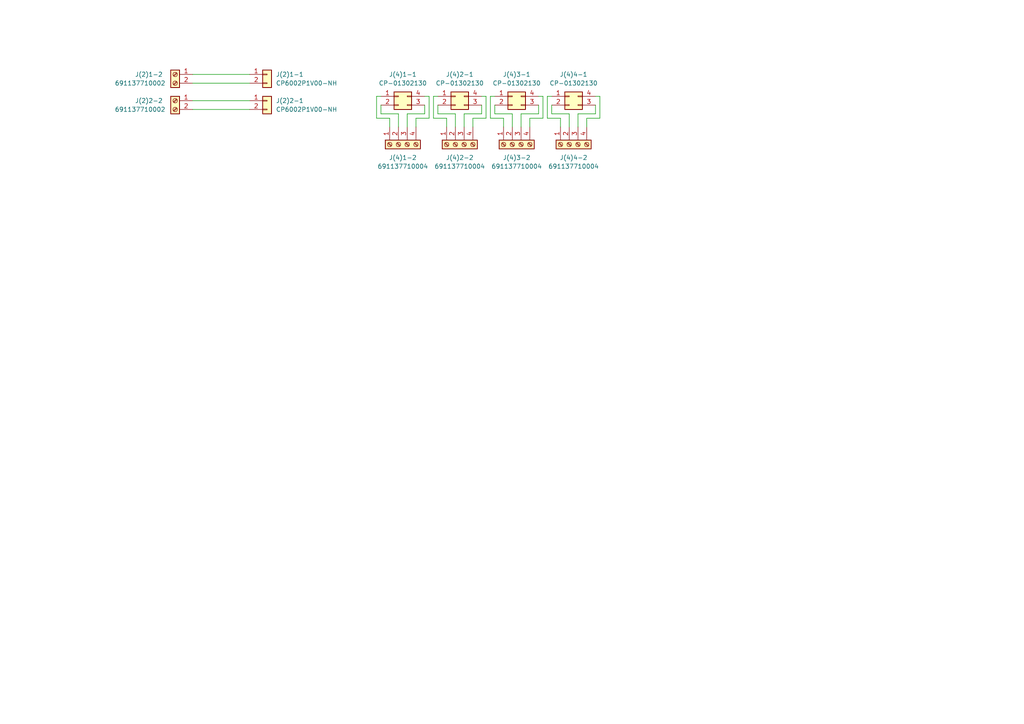
<source format=kicad_sch>
(kicad_sch (version 20211123) (generator eeschema)

  (uuid 2e0103f9-3a6b-4d27-b2dc-b7a8b0b2304c)

  (paper "A4")

  (lib_symbols
    (symbol "Connector:Screw_Terminal_01x02" (pin_names (offset 1.016) hide) (in_bom yes) (on_board yes)
      (property "Reference" "J" (id 0) (at 0 2.54 0)
        (effects (font (size 1.27 1.27)))
      )
      (property "Value" "Screw_Terminal_01x02" (id 1) (at 0 -5.08 0)
        (effects (font (size 1.27 1.27)))
      )
      (property "Footprint" "" (id 2) (at 0 0 0)
        (effects (font (size 1.27 1.27)) hide)
      )
      (property "Datasheet" "~" (id 3) (at 0 0 0)
        (effects (font (size 1.27 1.27)) hide)
      )
      (property "ki_keywords" "screw terminal" (id 4) (at 0 0 0)
        (effects (font (size 1.27 1.27)) hide)
      )
      (property "ki_description" "Generic screw terminal, single row, 01x02, script generated (kicad-library-utils/schlib/autogen/connector/)" (id 5) (at 0 0 0)
        (effects (font (size 1.27 1.27)) hide)
      )
      (property "ki_fp_filters" "TerminalBlock*:*" (id 6) (at 0 0 0)
        (effects (font (size 1.27 1.27)) hide)
      )
      (symbol "Screw_Terminal_01x02_1_1"
        (rectangle (start -1.27 1.27) (end 1.27 -3.81)
          (stroke (width 0.254) (type default) (color 0 0 0 0))
          (fill (type background))
        )
        (circle (center 0 -2.54) (radius 0.635)
          (stroke (width 0.1524) (type default) (color 0 0 0 0))
          (fill (type none))
        )
        (polyline
          (pts
            (xy -0.5334 -2.2098)
            (xy 0.3302 -3.048)
          )
          (stroke (width 0.1524) (type default) (color 0 0 0 0))
          (fill (type none))
        )
        (polyline
          (pts
            (xy -0.5334 0.3302)
            (xy 0.3302 -0.508)
          )
          (stroke (width 0.1524) (type default) (color 0 0 0 0))
          (fill (type none))
        )
        (polyline
          (pts
            (xy -0.3556 -2.032)
            (xy 0.508 -2.8702)
          )
          (stroke (width 0.1524) (type default) (color 0 0 0 0))
          (fill (type none))
        )
        (polyline
          (pts
            (xy -0.3556 0.508)
            (xy 0.508 -0.3302)
          )
          (stroke (width 0.1524) (type default) (color 0 0 0 0))
          (fill (type none))
        )
        (circle (center 0 0) (radius 0.635)
          (stroke (width 0.1524) (type default) (color 0 0 0 0))
          (fill (type none))
        )
        (pin passive line (at -5.08 0 0) (length 3.81)
          (name "Pin_1" (effects (font (size 1.27 1.27))))
          (number "1" (effects (font (size 1.27 1.27))))
        )
        (pin passive line (at -5.08 -2.54 0) (length 3.81)
          (name "Pin_2" (effects (font (size 1.27 1.27))))
          (number "2" (effects (font (size 1.27 1.27))))
        )
      )
    )
    (symbol "Connector:Screw_Terminal_01x04" (pin_names (offset 1.016) hide) (in_bom yes) (on_board yes)
      (property "Reference" "J" (id 0) (at 0 5.08 0)
        (effects (font (size 1.27 1.27)))
      )
      (property "Value" "Screw_Terminal_01x04" (id 1) (at 0 -7.62 0)
        (effects (font (size 1.27 1.27)))
      )
      (property "Footprint" "" (id 2) (at 0 0 0)
        (effects (font (size 1.27 1.27)) hide)
      )
      (property "Datasheet" "~" (id 3) (at 0 0 0)
        (effects (font (size 1.27 1.27)) hide)
      )
      (property "ki_keywords" "screw terminal" (id 4) (at 0 0 0)
        (effects (font (size 1.27 1.27)) hide)
      )
      (property "ki_description" "Generic screw terminal, single row, 01x04, script generated (kicad-library-utils/schlib/autogen/connector/)" (id 5) (at 0 0 0)
        (effects (font (size 1.27 1.27)) hide)
      )
      (property "ki_fp_filters" "TerminalBlock*:*" (id 6) (at 0 0 0)
        (effects (font (size 1.27 1.27)) hide)
      )
      (symbol "Screw_Terminal_01x04_1_1"
        (rectangle (start -1.27 3.81) (end 1.27 -6.35)
          (stroke (width 0.254) (type default) (color 0 0 0 0))
          (fill (type background))
        )
        (circle (center 0 -5.08) (radius 0.635)
          (stroke (width 0.1524) (type default) (color 0 0 0 0))
          (fill (type none))
        )
        (circle (center 0 -2.54) (radius 0.635)
          (stroke (width 0.1524) (type default) (color 0 0 0 0))
          (fill (type none))
        )
        (polyline
          (pts
            (xy -0.5334 -4.7498)
            (xy 0.3302 -5.588)
          )
          (stroke (width 0.1524) (type default) (color 0 0 0 0))
          (fill (type none))
        )
        (polyline
          (pts
            (xy -0.5334 -2.2098)
            (xy 0.3302 -3.048)
          )
          (stroke (width 0.1524) (type default) (color 0 0 0 0))
          (fill (type none))
        )
        (polyline
          (pts
            (xy -0.5334 0.3302)
            (xy 0.3302 -0.508)
          )
          (stroke (width 0.1524) (type default) (color 0 0 0 0))
          (fill (type none))
        )
        (polyline
          (pts
            (xy -0.5334 2.8702)
            (xy 0.3302 2.032)
          )
          (stroke (width 0.1524) (type default) (color 0 0 0 0))
          (fill (type none))
        )
        (polyline
          (pts
            (xy -0.3556 -4.572)
            (xy 0.508 -5.4102)
          )
          (stroke (width 0.1524) (type default) (color 0 0 0 0))
          (fill (type none))
        )
        (polyline
          (pts
            (xy -0.3556 -2.032)
            (xy 0.508 -2.8702)
          )
          (stroke (width 0.1524) (type default) (color 0 0 0 0))
          (fill (type none))
        )
        (polyline
          (pts
            (xy -0.3556 0.508)
            (xy 0.508 -0.3302)
          )
          (stroke (width 0.1524) (type default) (color 0 0 0 0))
          (fill (type none))
        )
        (polyline
          (pts
            (xy -0.3556 3.048)
            (xy 0.508 2.2098)
          )
          (stroke (width 0.1524) (type default) (color 0 0 0 0))
          (fill (type none))
        )
        (circle (center 0 0) (radius 0.635)
          (stroke (width 0.1524) (type default) (color 0 0 0 0))
          (fill (type none))
        )
        (circle (center 0 2.54) (radius 0.635)
          (stroke (width 0.1524) (type default) (color 0 0 0 0))
          (fill (type none))
        )
        (pin passive line (at -5.08 2.54 0) (length 3.81)
          (name "Pin_1" (effects (font (size 1.27 1.27))))
          (number "1" (effects (font (size 1.27 1.27))))
        )
        (pin passive line (at -5.08 0 0) (length 3.81)
          (name "Pin_2" (effects (font (size 1.27 1.27))))
          (number "2" (effects (font (size 1.27 1.27))))
        )
        (pin passive line (at -5.08 -2.54 0) (length 3.81)
          (name "Pin_3" (effects (font (size 1.27 1.27))))
          (number "3" (effects (font (size 1.27 1.27))))
        )
        (pin passive line (at -5.08 -5.08 0) (length 3.81)
          (name "Pin_4" (effects (font (size 1.27 1.27))))
          (number "4" (effects (font (size 1.27 1.27))))
        )
      )
    )
    (symbol "Connector_Generic:Conn_01x02" (pin_names (offset 1.016) hide) (in_bom yes) (on_board yes)
      (property "Reference" "J" (id 0) (at 0 2.54 0)
        (effects (font (size 1.27 1.27)))
      )
      (property "Value" "Conn_01x02" (id 1) (at 0 -5.08 0)
        (effects (font (size 1.27 1.27)))
      )
      (property "Footprint" "" (id 2) (at 0 0 0)
        (effects (font (size 1.27 1.27)) hide)
      )
      (property "Datasheet" "~" (id 3) (at 0 0 0)
        (effects (font (size 1.27 1.27)) hide)
      )
      (property "ki_keywords" "connector" (id 4) (at 0 0 0)
        (effects (font (size 1.27 1.27)) hide)
      )
      (property "ki_description" "Generic connector, single row, 01x02, script generated (kicad-library-utils/schlib/autogen/connector/)" (id 5) (at 0 0 0)
        (effects (font (size 1.27 1.27)) hide)
      )
      (property "ki_fp_filters" "Connector*:*_1x??_*" (id 6) (at 0 0 0)
        (effects (font (size 1.27 1.27)) hide)
      )
      (symbol "Conn_01x02_1_1"
        (rectangle (start -1.27 -2.413) (end 0 -2.667)
          (stroke (width 0.1524) (type default) (color 0 0 0 0))
          (fill (type none))
        )
        (rectangle (start -1.27 0.127) (end 0 -0.127)
          (stroke (width 0.1524) (type default) (color 0 0 0 0))
          (fill (type none))
        )
        (rectangle (start -1.27 1.27) (end 1.27 -3.81)
          (stroke (width 0.254) (type default) (color 0 0 0 0))
          (fill (type background))
        )
        (pin passive line (at -5.08 0 0) (length 3.81)
          (name "Pin_1" (effects (font (size 1.27 1.27))))
          (number "1" (effects (font (size 1.27 1.27))))
        )
        (pin passive line (at -5.08 -2.54 0) (length 3.81)
          (name "Pin_2" (effects (font (size 1.27 1.27))))
          (number "2" (effects (font (size 1.27 1.27))))
        )
      )
    )
    (symbol "Connector_Generic:Conn_02x02_Counter_Clockwise" (pin_names (offset 1.016) hide) (in_bom yes) (on_board yes)
      (property "Reference" "J" (id 0) (at 1.27 2.54 0)
        (effects (font (size 1.27 1.27)))
      )
      (property "Value" "Conn_02x02_Counter_Clockwise" (id 1) (at 1.27 -5.08 0)
        (effects (font (size 1.27 1.27)))
      )
      (property "Footprint" "" (id 2) (at 0 0 0)
        (effects (font (size 1.27 1.27)) hide)
      )
      (property "Datasheet" "~" (id 3) (at 0 0 0)
        (effects (font (size 1.27 1.27)) hide)
      )
      (property "ki_keywords" "connector" (id 4) (at 0 0 0)
        (effects (font (size 1.27 1.27)) hide)
      )
      (property "ki_description" "Generic connector, double row, 02x02, counter clockwise pin numbering scheme (similar to DIP package numbering), script generated (kicad-library-utils/schlib/autogen/connector/)" (id 5) (at 0 0 0)
        (effects (font (size 1.27 1.27)) hide)
      )
      (property "ki_fp_filters" "Connector*:*_2x??_*" (id 6) (at 0 0 0)
        (effects (font (size 1.27 1.27)) hide)
      )
      (symbol "Conn_02x02_Counter_Clockwise_1_1"
        (rectangle (start -1.27 -2.413) (end 0 -2.667)
          (stroke (width 0.1524) (type default) (color 0 0 0 0))
          (fill (type none))
        )
        (rectangle (start -1.27 0.127) (end 0 -0.127)
          (stroke (width 0.1524) (type default) (color 0 0 0 0))
          (fill (type none))
        )
        (rectangle (start -1.27 1.27) (end 3.81 -3.81)
          (stroke (width 0.254) (type default) (color 0 0 0 0))
          (fill (type background))
        )
        (rectangle (start 3.81 -2.413) (end 2.54 -2.667)
          (stroke (width 0.1524) (type default) (color 0 0 0 0))
          (fill (type none))
        )
        (rectangle (start 3.81 0.127) (end 2.54 -0.127)
          (stroke (width 0.1524) (type default) (color 0 0 0 0))
          (fill (type none))
        )
        (pin passive line (at -5.08 0 0) (length 3.81)
          (name "Pin_1" (effects (font (size 1.27 1.27))))
          (number "1" (effects (font (size 1.27 1.27))))
        )
        (pin passive line (at -5.08 -2.54 0) (length 3.81)
          (name "Pin_2" (effects (font (size 1.27 1.27))))
          (number "2" (effects (font (size 1.27 1.27))))
        )
        (pin passive line (at 7.62 -2.54 180) (length 3.81)
          (name "Pin_3" (effects (font (size 1.27 1.27))))
          (number "3" (effects (font (size 1.27 1.27))))
        )
        (pin passive line (at 7.62 0 180) (length 3.81)
          (name "Pin_4" (effects (font (size 1.27 1.27))))
          (number "4" (effects (font (size 1.27 1.27))))
        )
      )
    )
  )


  (wire (pts (xy 153.67 34.29) (xy 153.67 36.83))
    (stroke (width 0) (type default) (color 0 0 0 0))
    (uuid 022e611a-34d7-4c26-8535-f0f90454a87f)
  )
  (wire (pts (xy 123.19 33.02) (xy 118.11 33.02))
    (stroke (width 0) (type default) (color 0 0 0 0))
    (uuid 07e466a1-128a-4bcf-8ae0-47fd27e360e4)
  )
  (wire (pts (xy 158.75 27.94) (xy 160.02 27.94))
    (stroke (width 0) (type default) (color 0 0 0 0))
    (uuid 0a8dea70-0f91-493b-9879-e9edab315dac)
  )
  (wire (pts (xy 143.51 33.02) (xy 148.59 33.02))
    (stroke (width 0) (type default) (color 0 0 0 0))
    (uuid 13946aa9-4523-49f9-abda-45b352bcc501)
  )
  (wire (pts (xy 127 33.02) (xy 132.08 33.02))
    (stroke (width 0) (type default) (color 0 0 0 0))
    (uuid 1676bb02-2669-40ee-9c2c-4193a63cb260)
  )
  (wire (pts (xy 156.21 27.94) (xy 157.48 27.94))
    (stroke (width 0) (type default) (color 0 0 0 0))
    (uuid 1860a766-086b-4d48-92b9-703c303d4ec1)
  )
  (wire (pts (xy 129.54 34.29) (xy 125.73 34.29))
    (stroke (width 0) (type default) (color 0 0 0 0))
    (uuid 2563e5e4-234b-44fe-9e42-a388d69d868a)
  )
  (wire (pts (xy 124.46 27.94) (xy 124.46 34.29))
    (stroke (width 0) (type default) (color 0 0 0 0))
    (uuid 259bc7c2-18c1-4782-bf62-4e3cd8387c2a)
  )
  (wire (pts (xy 158.75 34.29) (xy 158.75 27.94))
    (stroke (width 0) (type default) (color 0 0 0 0))
    (uuid 2667ce79-773c-4191-aed7-255e69274ca0)
  )
  (wire (pts (xy 167.64 33.02) (xy 167.64 36.83))
    (stroke (width 0) (type default) (color 0 0 0 0))
    (uuid 2bd27478-3891-4e5d-8824-bc591b4f56e9)
  )
  (wire (pts (xy 146.05 36.83) (xy 146.05 34.29))
    (stroke (width 0) (type default) (color 0 0 0 0))
    (uuid 2d1141c8-2417-4025-b309-fd33d760f340)
  )
  (wire (pts (xy 160.02 30.48) (xy 160.02 33.02))
    (stroke (width 0) (type default) (color 0 0 0 0))
    (uuid 302fb9fe-09b4-4ee5-949d-5edbac86fc4c)
  )
  (wire (pts (xy 139.7 30.48) (xy 139.7 33.02))
    (stroke (width 0) (type default) (color 0 0 0 0))
    (uuid 33940012-a7ad-4ac8-b4c5-785846747a06)
  )
  (wire (pts (xy 160.02 33.02) (xy 165.1 33.02))
    (stroke (width 0) (type default) (color 0 0 0 0))
    (uuid 3b659ea4-5759-4140-b0bd-434d964d906a)
  )
  (wire (pts (xy 165.1 33.02) (xy 165.1 36.83))
    (stroke (width 0) (type default) (color 0 0 0 0))
    (uuid 3e9651b1-0994-4c44-bda1-37f675a3d332)
  )
  (wire (pts (xy 142.24 34.29) (xy 142.24 27.94))
    (stroke (width 0) (type default) (color 0 0 0 0))
    (uuid 41c3d4b7-4fb1-4aae-b4ca-719935f39744)
  )
  (wire (pts (xy 172.72 33.02) (xy 167.64 33.02))
    (stroke (width 0) (type default) (color 0 0 0 0))
    (uuid 4d1f70a6-c513-4a2e-902d-7b46af2e05bd)
  )
  (wire (pts (xy 55.88 31.75) (xy 72.39 31.75))
    (stroke (width 0) (type default) (color 0 0 0 0))
    (uuid 4f2282da-3c5c-416c-8971-9c6894d7c946)
  )
  (wire (pts (xy 140.97 27.94) (xy 140.97 34.29))
    (stroke (width 0) (type default) (color 0 0 0 0))
    (uuid 4f964c7b-a327-4d34-94c3-15aa476cce43)
  )
  (wire (pts (xy 142.24 27.94) (xy 143.51 27.94))
    (stroke (width 0) (type default) (color 0 0 0 0))
    (uuid 5657995f-e474-43e7-b232-643d7f71cf10)
  )
  (wire (pts (xy 157.48 34.29) (xy 153.67 34.29))
    (stroke (width 0) (type default) (color 0 0 0 0))
    (uuid 6b23abc4-2c15-4e07-9b7e-5645eea30d80)
  )
  (wire (pts (xy 123.19 27.94) (xy 124.46 27.94))
    (stroke (width 0) (type default) (color 0 0 0 0))
    (uuid 70a50a2f-4754-4d3d-91bf-7013c625f8aa)
  )
  (wire (pts (xy 113.03 36.83) (xy 113.03 34.29))
    (stroke (width 0) (type default) (color 0 0 0 0))
    (uuid 744aa049-ab74-41f8-9401-7ee8af47dfc5)
  )
  (wire (pts (xy 55.88 24.13) (xy 72.39 24.13))
    (stroke (width 0) (type default) (color 0 0 0 0))
    (uuid 771dfed1-6bb3-4fad-bb35-7776135ab70f)
  )
  (wire (pts (xy 139.7 33.02) (xy 134.62 33.02))
    (stroke (width 0) (type default) (color 0 0 0 0))
    (uuid 7b987abf-b882-4e69-868a-84da49a62dec)
  )
  (wire (pts (xy 124.46 34.29) (xy 120.65 34.29))
    (stroke (width 0) (type default) (color 0 0 0 0))
    (uuid 7d189eb8-138c-4ce6-b317-f6fb27fa2252)
  )
  (wire (pts (xy 115.57 33.02) (xy 115.57 36.83))
    (stroke (width 0) (type default) (color 0 0 0 0))
    (uuid 83313e67-bd7e-4233-94ac-e61d6db08098)
  )
  (wire (pts (xy 110.49 33.02) (xy 115.57 33.02))
    (stroke (width 0) (type default) (color 0 0 0 0))
    (uuid 839d62bd-4d0d-433c-b9f3-28691cf2fe58)
  )
  (wire (pts (xy 162.56 36.83) (xy 162.56 34.29))
    (stroke (width 0) (type default) (color 0 0 0 0))
    (uuid 841e2f28-d3ed-4868-bb05-0842c0756fa3)
  )
  (wire (pts (xy 173.99 34.29) (xy 170.18 34.29))
    (stroke (width 0) (type default) (color 0 0 0 0))
    (uuid 88e0ed7a-062b-4636-a1ce-b8a67fbb9cc8)
  )
  (wire (pts (xy 129.54 36.83) (xy 129.54 34.29))
    (stroke (width 0) (type default) (color 0 0 0 0))
    (uuid 88f0904b-5f94-48b7-a015-aad4d35cbe83)
  )
  (wire (pts (xy 125.73 34.29) (xy 125.73 27.94))
    (stroke (width 0) (type default) (color 0 0 0 0))
    (uuid 8a9532b0-1e3f-4c48-b759-cc57e4d9ad02)
  )
  (wire (pts (xy 156.21 33.02) (xy 151.13 33.02))
    (stroke (width 0) (type default) (color 0 0 0 0))
    (uuid 8cab6b2d-ae46-476a-9def-c8f6e0ecfc94)
  )
  (wire (pts (xy 148.59 33.02) (xy 148.59 36.83))
    (stroke (width 0) (type default) (color 0 0 0 0))
    (uuid 957d6e35-0730-4b36-9a3d-223048ad7440)
  )
  (wire (pts (xy 118.11 33.02) (xy 118.11 36.83))
    (stroke (width 0) (type default) (color 0 0 0 0))
    (uuid 962145d4-c64f-46d7-8ce0-5e9d5b1bb77c)
  )
  (wire (pts (xy 172.72 27.94) (xy 173.99 27.94))
    (stroke (width 0) (type default) (color 0 0 0 0))
    (uuid 97331081-ec68-4ee5-ac12-71fd70610dbd)
  )
  (wire (pts (xy 109.22 27.94) (xy 110.49 27.94))
    (stroke (width 0) (type default) (color 0 0 0 0))
    (uuid 9f94ee24-215c-4af3-8d08-3168de80e5c3)
  )
  (wire (pts (xy 55.88 29.21) (xy 72.39 29.21))
    (stroke (width 0) (type default) (color 0 0 0 0))
    (uuid a7bd4efe-7a58-489c-a546-617a6d077ba5)
  )
  (wire (pts (xy 172.72 30.48) (xy 172.72 33.02))
    (stroke (width 0) (type default) (color 0 0 0 0))
    (uuid b0dac893-af5d-4d59-90e2-899ac04405df)
  )
  (wire (pts (xy 132.08 33.02) (xy 132.08 36.83))
    (stroke (width 0) (type default) (color 0 0 0 0))
    (uuid bf48a7af-9453-4f8c-9d3f-d6df1019c37f)
  )
  (wire (pts (xy 162.56 34.29) (xy 158.75 34.29))
    (stroke (width 0) (type default) (color 0 0 0 0))
    (uuid bf96ebab-bd64-4133-9d93-16da6dcd42dc)
  )
  (wire (pts (xy 55.88 21.59) (xy 72.39 21.59))
    (stroke (width 0) (type default) (color 0 0 0 0))
    (uuid c4df42bf-476a-4b03-bfed-d640f8423891)
  )
  (wire (pts (xy 151.13 33.02) (xy 151.13 36.83))
    (stroke (width 0) (type default) (color 0 0 0 0))
    (uuid c68b5c0f-d06d-4e2d-b85a-891f8d74e12a)
  )
  (wire (pts (xy 134.62 33.02) (xy 134.62 36.83))
    (stroke (width 0) (type default) (color 0 0 0 0))
    (uuid ccaab81f-a2f6-4275-b7d0-b44e8e52fbb3)
  )
  (wire (pts (xy 173.99 27.94) (xy 173.99 34.29))
    (stroke (width 0) (type default) (color 0 0 0 0))
    (uuid d0d8575a-67ed-4bdc-bdef-b16937b6ca1e)
  )
  (wire (pts (xy 127 30.48) (xy 127 33.02))
    (stroke (width 0) (type default) (color 0 0 0 0))
    (uuid d3b4bfa6-5b62-4492-afa2-3c95c256f282)
  )
  (wire (pts (xy 156.21 30.48) (xy 156.21 33.02))
    (stroke (width 0) (type default) (color 0 0 0 0))
    (uuid d831e67c-90e6-4f89-83fc-747a28b7aa66)
  )
  (wire (pts (xy 113.03 34.29) (xy 109.22 34.29))
    (stroke (width 0) (type default) (color 0 0 0 0))
    (uuid d8b37c40-bad0-46d9-89d3-1c30aaef3ecb)
  )
  (wire (pts (xy 120.65 34.29) (xy 120.65 36.83))
    (stroke (width 0) (type default) (color 0 0 0 0))
    (uuid da4b664e-75c2-4b63-a2d5-04a6df528a09)
  )
  (wire (pts (xy 170.18 34.29) (xy 170.18 36.83))
    (stroke (width 0) (type default) (color 0 0 0 0))
    (uuid dba12fdc-9236-4d31-a0a3-85f10c8e4560)
  )
  (wire (pts (xy 123.19 30.48) (xy 123.19 33.02))
    (stroke (width 0) (type default) (color 0 0 0 0))
    (uuid dd28a57b-884c-403b-8b32-9a7c093bf9d9)
  )
  (wire (pts (xy 137.16 34.29) (xy 137.16 36.83))
    (stroke (width 0) (type default) (color 0 0 0 0))
    (uuid dedb5013-21a3-47d6-846c-ff1d5a06a94c)
  )
  (wire (pts (xy 139.7 27.94) (xy 140.97 27.94))
    (stroke (width 0) (type default) (color 0 0 0 0))
    (uuid ebc6786f-d3a1-410f-ba8e-79f9127f0523)
  )
  (wire (pts (xy 143.51 30.48) (xy 143.51 33.02))
    (stroke (width 0) (type default) (color 0 0 0 0))
    (uuid ebd72013-8332-45d8-973d-d8ee74423754)
  )
  (wire (pts (xy 146.05 34.29) (xy 142.24 34.29))
    (stroke (width 0) (type default) (color 0 0 0 0))
    (uuid ed07d972-53b7-48ec-9a14-cfe24a297128)
  )
  (wire (pts (xy 110.49 30.48) (xy 110.49 33.02))
    (stroke (width 0) (type default) (color 0 0 0 0))
    (uuid ef4fff7c-a96d-4d57-a224-b02fdd5ee626)
  )
  (wire (pts (xy 125.73 27.94) (xy 127 27.94))
    (stroke (width 0) (type default) (color 0 0 0 0))
    (uuid f8a4d99b-15ee-43ba-8796-d563c7d3c90a)
  )
  (wire (pts (xy 109.22 34.29) (xy 109.22 27.94))
    (stroke (width 0) (type default) (color 0 0 0 0))
    (uuid fceede29-786a-4f72-a487-8c0131e85c00)
  )
  (wire (pts (xy 157.48 27.94) (xy 157.48 34.29))
    (stroke (width 0) (type default) (color 0 0 0 0))
    (uuid feb485a6-633f-4a6d-803c-cb76ee578b85)
  )
  (wire (pts (xy 140.97 34.29) (xy 137.16 34.29))
    (stroke (width 0) (type default) (color 0 0 0 0))
    (uuid ff757b5b-8b46-4dcf-ac3e-51523135442b)
  )

  (symbol (lib_id "Connector:Screw_Terminal_01x04") (at 165.1 41.91 90) (mirror x) (unit 1)
    (in_bom yes) (on_board yes) (fields_autoplaced)
    (uuid 03db88c4-fdff-4ab0-aecf-38f38938e4d1)
    (property "Reference" "J(4)4-2" (id 0) (at 166.37 45.72 90))
    (property "Value" "691137710004" (id 1) (at 166.37 48.26 90))
    (property "Footprint" "SPEAR:691137710004" (id 2) (at 165.1 41.91 0)
      (effects (font (size 1.27 1.27)) hide)
    )
    (property "Datasheet" "https://www.we-online.com/components/products/datasheet/691137710004.pdf" (id 3) (at 165.1 41.91 0)
      (effects (font (size 1.27 1.27)) hide)
    )
    (pin "1" (uuid ccc8a80a-d791-493a-a2e4-3136c67a6d77))
    (pin "2" (uuid c730660b-7f56-4d05-82f1-a95172db2c4d))
    (pin "3" (uuid 974e4507-adcc-440e-8c70-0646a1b92c03))
    (pin "4" (uuid d8d148e4-51d2-4002-8da9-8c7c9c555f8b))
  )

  (symbol (lib_id "Connector:Screw_Terminal_01x04") (at 115.57 41.91 90) (mirror x) (unit 1)
    (in_bom yes) (on_board yes) (fields_autoplaced)
    (uuid 05523fcb-9322-4d36-852a-3f3545efb763)
    (property "Reference" "J(4)1-2" (id 0) (at 116.84 45.72 90))
    (property "Value" "691137710004" (id 1) (at 116.84 48.26 90))
    (property "Footprint" "SPEAR:691137710004" (id 2) (at 115.57 41.91 0)
      (effects (font (size 1.27 1.27)) hide)
    )
    (property "Datasheet" "https://www.we-online.com/components/products/datasheet/691137710004.pdf" (id 3) (at 115.57 41.91 0)
      (effects (font (size 1.27 1.27)) hide)
    )
    (pin "1" (uuid e2898a39-d92a-444b-be83-ef603c70403c))
    (pin "2" (uuid 827fd048-1f39-409c-be55-0131611b7f46))
    (pin "3" (uuid 9eb00cf7-f460-42ea-9fab-5ece911b5a52))
    (pin "4" (uuid 7ac67dfe-6c45-4649-9bd9-64cf931765e9))
  )

  (symbol (lib_id "Connector_Generic:Conn_02x02_Counter_Clockwise") (at 132.08 27.94 0) (unit 1)
    (in_bom yes) (on_board yes) (fields_autoplaced)
    (uuid 13a6abf5-6465-47a9-bafd-58496fa167f2)
    (property "Reference" "J(4)2-1" (id 0) (at 133.35 21.59 0))
    (property "Value" "CP-01302130" (id 1) (at 133.35 24.13 0))
    (property "Footprint" "SPEAR:CP-01302130" (id 2) (at 132.08 27.94 0)
      (effects (font (size 1.27 1.27)) hide)
    )
    (property "Datasheet" "https://www.cvilux.com/uploads/drawings/100/762/CP0128S.pdf" (id 3) (at 132.08 27.94 0)
      (effects (font (size 1.27 1.27)) hide)
    )
    (pin "1" (uuid d4608a67-fde4-42fb-815b-869563d97bbe))
    (pin "2" (uuid 3939ccd4-c3fd-4004-a8b3-46f306aae4c9))
    (pin "3" (uuid bbdfdf0e-766d-49dd-91a9-08a59cedcb58))
    (pin "4" (uuid 86d16bac-13a8-44e4-b862-0456860f3eaa))
  )

  (symbol (lib_id "Connector_Generic:Conn_01x02") (at 77.47 21.59 0) (unit 1)
    (in_bom yes) (on_board yes) (fields_autoplaced)
    (uuid 44f3a09d-3c6b-4958-a364-4beab8fd63ad)
    (property "Reference" "J(2)1-1" (id 0) (at 80.01 21.5899 0)
      (effects (font (size 1.27 1.27)) (justify left))
    )
    (property "Value" "CP6002P1V00-NH" (id 1) (at 80.01 24.1299 0)
      (effects (font (size 1.27 1.27)) (justify left))
    )
    (property "Footprint" "SPEAR:CP6002P1V00-NH" (id 2) (at 77.47 21.59 0)
      (effects (font (size 1.27 1.27)) hide)
    )
    (property "Datasheet" "https://www.cvilux.com/uploads/drawings/101/496/CP6001S.pdf" (id 3) (at 77.47 21.59 0)
      (effects (font (size 1.27 1.27)) hide)
    )
    (pin "1" (uuid 0bf2b254-c7a5-43e3-940a-43ff81aca55d))
    (pin "2" (uuid a39b81ba-6b65-4bb8-8505-da81348b3d4c))
  )

  (symbol (lib_id "Connector_Generic:Conn_02x02_Counter_Clockwise") (at 148.59 27.94 0) (unit 1)
    (in_bom yes) (on_board yes) (fields_autoplaced)
    (uuid 529a11d2-0004-4828-998e-c67e7d1936a6)
    (property "Reference" "J(4)3-1" (id 0) (at 149.86 21.59 0))
    (property "Value" "CP-01302130" (id 1) (at 149.86 24.13 0))
    (property "Footprint" "SPEAR:CP-01302130" (id 2) (at 148.59 27.94 0)
      (effects (font (size 1.27 1.27)) hide)
    )
    (property "Datasheet" "https://www.cvilux.com/uploads/drawings/100/762/CP0128S.pdf" (id 3) (at 148.59 27.94 0)
      (effects (font (size 1.27 1.27)) hide)
    )
    (pin "1" (uuid ac0d9e4a-de5d-4f89-beab-897e7ce89af0))
    (pin "2" (uuid 4d61ee55-1aa1-4074-9973-c6ece5e995b3))
    (pin "3" (uuid f5ff4832-f3d8-41a7-8277-d10b6c9bb08d))
    (pin "4" (uuid 015d40a7-c024-46a6-a697-5fcdfeadf384))
  )

  (symbol (lib_id "Connector_Generic:Conn_02x02_Counter_Clockwise") (at 115.57 27.94 0) (unit 1)
    (in_bom yes) (on_board yes) (fields_autoplaced)
    (uuid 66a395fa-43ab-418f-8050-5999f2989167)
    (property "Reference" "J(4)1-1" (id 0) (at 116.84 21.59 0))
    (property "Value" "CP-01302130" (id 1) (at 116.84 24.13 0))
    (property "Footprint" "SPEAR:CP-01302130" (id 2) (at 115.57 27.94 0)
      (effects (font (size 1.27 1.27)) hide)
    )
    (property "Datasheet" "https://www.cvilux.com/uploads/drawings/100/762/CP0128S.pdf" (id 3) (at 115.57 27.94 0)
      (effects (font (size 1.27 1.27)) hide)
    )
    (pin "1" (uuid 5780f3da-c21b-42e5-933b-ecaef90c5cd4))
    (pin "2" (uuid 26df8221-b614-4d0f-b5ab-74cb8b5e19c9))
    (pin "3" (uuid 216ba954-9560-4a2a-9952-263fb8b0de2c))
    (pin "4" (uuid 7d54750a-4500-42bc-8d7e-e393f08aa6c6))
  )

  (symbol (lib_id "Connector:Screw_Terminal_01x02") (at 50.8 21.59 0) (mirror y) (unit 1)
    (in_bom yes) (on_board yes)
    (uuid 90a03f7a-d3eb-46cb-8d09-79f5833e012a)
    (property "Reference" "J(2)1-2" (id 0) (at 43.18 21.59 0))
    (property "Value" "691137710002" (id 1) (at 40.64 24.13 0))
    (property "Footprint" "SPEAR:691137710002" (id 2) (at 50.8 21.59 0)
      (effects (font (size 1.27 1.27)) hide)
    )
    (property "Datasheet" "https://www.we-online.com/components/products/datasheet/691137710002.pdf" (id 3) (at 50.8 21.59 0)
      (effects (font (size 1.27 1.27)) hide)
    )
    (pin "1" (uuid cfab9e6d-c712-4467-8738-3217ae59ec96))
    (pin "2" (uuid 2d424c8f-aeb1-40a2-af77-5ceaad89a589))
  )

  (symbol (lib_id "Connector:Screw_Terminal_01x04") (at 148.59 41.91 90) (mirror x) (unit 1)
    (in_bom yes) (on_board yes) (fields_autoplaced)
    (uuid 9a5f1c57-4775-4ace-b960-ebe30d1fc275)
    (property "Reference" "J(4)3-2" (id 0) (at 149.86 45.72 90))
    (property "Value" "691137710004" (id 1) (at 149.86 48.26 90))
    (property "Footprint" "SPEAR:691137710004" (id 2) (at 148.59 41.91 0)
      (effects (font (size 1.27 1.27)) hide)
    )
    (property "Datasheet" "https://www.we-online.com/components/products/datasheet/691137710004.pdf" (id 3) (at 148.59 41.91 0)
      (effects (font (size 1.27 1.27)) hide)
    )
    (pin "1" (uuid 0356dfe0-7a65-4d61-a205-b7135a058fc7))
    (pin "2" (uuid b8b3b41f-f11b-40f7-822b-e38b7c7f6b44))
    (pin "3" (uuid 1c7143b5-d746-40d7-95da-d37a088a06ce))
    (pin "4" (uuid 82bbb6b0-ff85-4707-90e8-7222d23c6011))
  )

  (symbol (lib_id "Connector_Generic:Conn_02x02_Counter_Clockwise") (at 165.1 27.94 0) (unit 1)
    (in_bom yes) (on_board yes) (fields_autoplaced)
    (uuid bd04b922-a303-489d-a0a8-775e2b4d5d1b)
    (property "Reference" "J(4)4-1" (id 0) (at 166.37 21.59 0))
    (property "Value" "CP-01302130" (id 1) (at 166.37 24.13 0))
    (property "Footprint" "SPEAR:CP-01302130" (id 2) (at 165.1 27.94 0)
      (effects (font (size 1.27 1.27)) hide)
    )
    (property "Datasheet" "https://www.cvilux.com/uploads/drawings/100/762/CP0128S.pdf" (id 3) (at 165.1 27.94 0)
      (effects (font (size 1.27 1.27)) hide)
    )
    (pin "1" (uuid 6e537b9b-7da5-4913-8db6-a687cdf3404d))
    (pin "2" (uuid cf367410-0b70-4cd5-89b9-6ae8dfa51875))
    (pin "3" (uuid 70c66e35-0810-47b5-b7c0-7f3dd3d1cc70))
    (pin "4" (uuid 69853030-b92c-4f0a-bae6-4e19f8a3420c))
  )

  (symbol (lib_id "Connector_Generic:Conn_01x02") (at 77.47 29.21 0) (unit 1)
    (in_bom yes) (on_board yes) (fields_autoplaced)
    (uuid d9ec4f6a-d302-4edb-84f3-98f49df8d7d0)
    (property "Reference" "J(2)2-1" (id 0) (at 80.01 29.2099 0)
      (effects (font (size 1.27 1.27)) (justify left))
    )
    (property "Value" "CP6002P1V00-NH" (id 1) (at 80.01 31.7499 0)
      (effects (font (size 1.27 1.27)) (justify left))
    )
    (property "Footprint" "SPEAR:CP6002P1V00-NH" (id 2) (at 77.47 29.21 0)
      (effects (font (size 1.27 1.27)) hide)
    )
    (property "Datasheet" "https://www.cvilux.com/uploads/drawings/101/496/CP6001S.pdf" (id 3) (at 77.47 29.21 0)
      (effects (font (size 1.27 1.27)) hide)
    )
    (pin "1" (uuid 098686a7-1033-477f-87e3-d7c752ff240a))
    (pin "2" (uuid 89bb1a4b-6674-44c7-9ba8-743f3fccbfd9))
  )

  (symbol (lib_id "Connector:Screw_Terminal_01x02") (at 50.8 29.21 0) (mirror y) (unit 1)
    (in_bom yes) (on_board yes)
    (uuid ebd1756c-b81c-42df-a284-6213de95dff1)
    (property "Reference" "J(2)2-2" (id 0) (at 43.18 29.21 0))
    (property "Value" "691137710002" (id 1) (at 40.64 31.75 0))
    (property "Footprint" "SPEAR:691137710002" (id 2) (at 50.8 29.21 0)
      (effects (font (size 1.27 1.27)) hide)
    )
    (property "Datasheet" "https://www.we-online.com/components/products/datasheet/691137710002.pdf" (id 3) (at 50.8 29.21 0)
      (effects (font (size 1.27 1.27)) hide)
    )
    (pin "1" (uuid 1db5a94e-9fd2-4db1-9ceb-66b126c1dec9))
    (pin "2" (uuid 5ee23dc6-9738-49a1-a1bc-43646c087bad))
  )

  (symbol (lib_id "Connector:Screw_Terminal_01x04") (at 132.08 41.91 90) (mirror x) (unit 1)
    (in_bom yes) (on_board yes) (fields_autoplaced)
    (uuid f41cfdbc-b8ef-47c3-abf2-ee36c9458c5b)
    (property "Reference" "J(4)2-2" (id 0) (at 133.35 45.72 90))
    (property "Value" "691137710004" (id 1) (at 133.35 48.26 90))
    (property "Footprint" "SPEAR:691137710004" (id 2) (at 132.08 41.91 0)
      (effects (font (size 1.27 1.27)) hide)
    )
    (property "Datasheet" "https://www.we-online.com/components/products/datasheet/691137710004.pdf" (id 3) (at 132.08 41.91 0)
      (effects (font (size 1.27 1.27)) hide)
    )
    (pin "1" (uuid 62914c90-734b-44a0-b35c-cdff6b023e48))
    (pin "2" (uuid c77a38cf-26ab-4003-a97c-1e94273c8e92))
    (pin "3" (uuid b7c8bb9c-0ffc-42cf-ad9d-8e3cb4d17897))
    (pin "4" (uuid 168e9b1e-16e3-4d32-937e-8bd1156d5d51))
  )

  (sheet_instances
    (path "/" (page "1"))
  )

  (symbol_instances
    (path "/44f3a09d-3c6b-4958-a364-4beab8fd63ad"
      (reference "J(2)1-1") (unit 1) (value "CP6002P1V00-NH") (footprint "SPEAR:CP6002P1V00-NH")
    )
    (path "/90a03f7a-d3eb-46cb-8d09-79f5833e012a"
      (reference "J(2)1-2") (unit 1) (value "691137710002") (footprint "SPEAR:691137710002")
    )
    (path "/d9ec4f6a-d302-4edb-84f3-98f49df8d7d0"
      (reference "J(2)2-1") (unit 1) (value "CP6002P1V00-NH") (footprint "SPEAR:CP6002P1V00-NH")
    )
    (path "/ebd1756c-b81c-42df-a284-6213de95dff1"
      (reference "J(2)2-2") (unit 1) (value "691137710002") (footprint "SPEAR:691137710002")
    )
    (path "/66a395fa-43ab-418f-8050-5999f2989167"
      (reference "J(4)1-1") (unit 1) (value "CP-01302130") (footprint "SPEAR:CP-01302130")
    )
    (path "/05523fcb-9322-4d36-852a-3f3545efb763"
      (reference "J(4)1-2") (unit 1) (value "691137710004") (footprint "SPEAR:691137710004")
    )
    (path "/13a6abf5-6465-47a9-bafd-58496fa167f2"
      (reference "J(4)2-1") (unit 1) (value "CP-01302130") (footprint "SPEAR:CP-01302130")
    )
    (path "/f41cfdbc-b8ef-47c3-abf2-ee36c9458c5b"
      (reference "J(4)2-2") (unit 1) (value "691137710004") (footprint "SPEAR:691137710004")
    )
    (path "/529a11d2-0004-4828-998e-c67e7d1936a6"
      (reference "J(4)3-1") (unit 1) (value "CP-01302130") (footprint "SPEAR:CP-01302130")
    )
    (path "/9a5f1c57-4775-4ace-b960-ebe30d1fc275"
      (reference "J(4)3-2") (unit 1) (value "691137710004") (footprint "SPEAR:691137710004")
    )
    (path "/bd04b922-a303-489d-a0a8-775e2b4d5d1b"
      (reference "J(4)4-1") (unit 1) (value "CP-01302130") (footprint "SPEAR:CP-01302130")
    )
    (path "/03db88c4-fdff-4ab0-aecf-38f38938e4d1"
      (reference "J(4)4-2") (unit 1) (value "691137710004") (footprint "SPEAR:691137710004")
    )
  )
)

</source>
